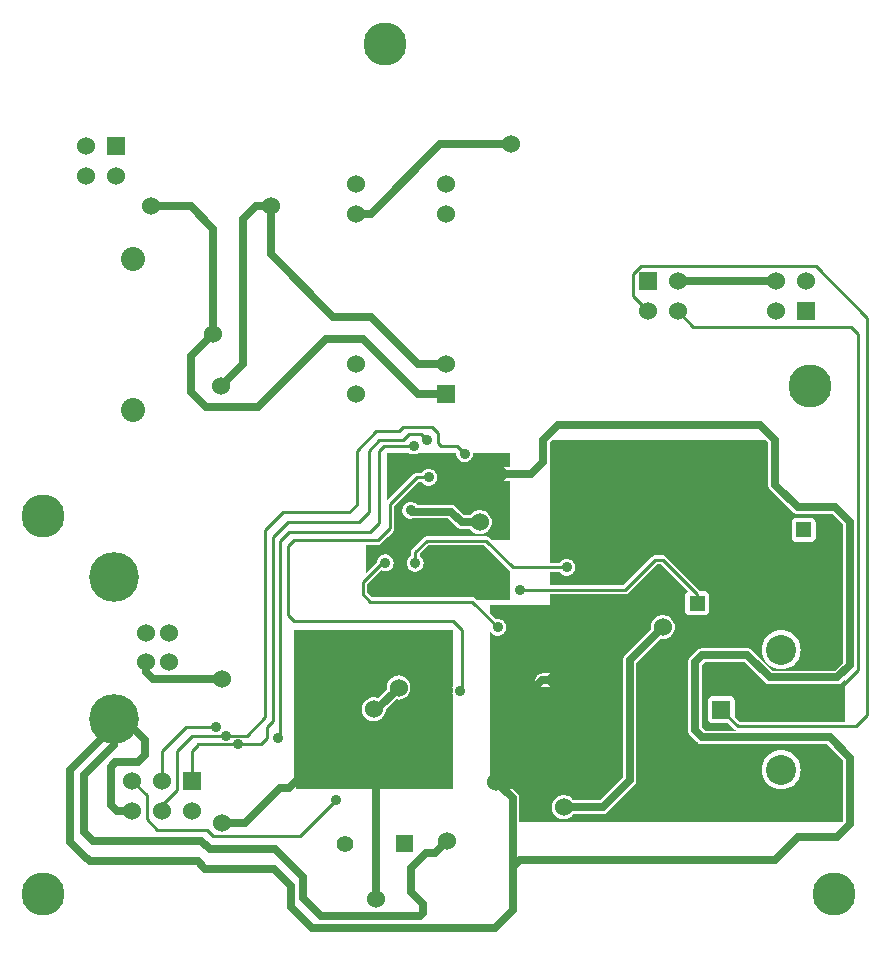
<source format=gbr>
G04 start of page 3 for group 1 idx 1 *
G04 Title: (unknown), power *
G04 Creator: pcb 1.99z *
G04 CreationDate: Tue 15 Oct 2013 04:12:06 PM GMT UTC *
G04 For: commonadmin *
G04 Format: Gerber/RS-274X *
G04 PCB-Dimensions: 600000 500000 *
G04 PCB-Coordinate-Origin: lower left *
%MOIN*%
%FSLAX25Y25*%
%LNBOTTOM*%
%ADD61C,0.0590*%
%ADD60C,0.0380*%
%ADD59C,0.0905*%
%ADD58C,0.0280*%
%ADD57C,0.0300*%
%ADD56C,0.0810*%
%ADD55C,0.1181*%
%ADD54C,0.0200*%
%ADD53C,0.0350*%
%ADD52C,0.1437*%
%ADD51C,0.0360*%
%ADD50C,0.0800*%
%ADD49C,0.0550*%
%ADD48C,0.1660*%
%ADD47C,0.1000*%
%ADD46C,0.0600*%
%ADD45C,0.0500*%
%ADD44C,0.0100*%
%ADD43C,0.0250*%
%ADD42C,0.0001*%
G54D42*G36*
X286323Y310846D02*X273323D01*
Y314353D01*
X276058Y314360D01*
X276288Y314415D01*
X276506Y314506D01*
X276707Y314629D01*
X276887Y314783D01*
X277040Y314962D01*
X277163Y315163D01*
X277254Y315382D01*
X277309Y315611D01*
X277323Y315846D01*
X277309Y321082D01*
X277254Y321311D01*
X277163Y321530D01*
X277040Y321731D01*
X276887Y321910D01*
X276707Y322064D01*
X276506Y322187D01*
X276288Y322277D01*
X276058Y322333D01*
X275823Y322346D01*
X273323Y322340D01*
Y323596D01*
X282891D01*
X286323Y320164D01*
Y310846D01*
G37*
G36*
X273323D02*X188823D01*
Y347664D01*
X189505Y348346D01*
X260641D01*
X261573Y347414D01*
Y333435D01*
X261566Y333346D01*
X261594Y332993D01*
X261676Y332649D01*
X261812Y332322D01*
X261997Y332020D01*
X261997Y332020D01*
X262227Y331751D01*
X262294Y331693D01*
X269669Y324318D01*
X269727Y324251D01*
X269996Y324021D01*
X269996Y324021D01*
X270183Y323906D01*
X270298Y323836D01*
X270625Y323700D01*
X270970Y323617D01*
X270970D01*
X271323Y323590D01*
X271411Y323596D01*
X273323D01*
Y322340D01*
X270587Y322333D01*
X270358Y322277D01*
X270140Y322187D01*
X269938Y322064D01*
X269759Y321910D01*
X269606Y321731D01*
X269482Y321530D01*
X269392Y321311D01*
X269337Y321082D01*
X269323Y320846D01*
X269337Y315611D01*
X269392Y315382D01*
X269482Y315163D01*
X269606Y314962D01*
X269759Y314783D01*
X269938Y314629D01*
X270140Y314506D01*
X270358Y314415D01*
X270587Y314360D01*
X270823Y314346D01*
X273323Y314353D01*
Y310846D01*
G37*
G36*
X265813Y246844D02*X281139D01*
X286323Y241661D01*
Y221028D01*
X286141Y220846D01*
X265813D01*
Y231827D01*
X265823Y231826D01*
X266843Y231907D01*
X267838Y232146D01*
X268783Y232537D01*
X269655Y233072D01*
X270433Y233736D01*
X271098Y234514D01*
X271632Y235386D01*
X272024Y236332D01*
X272263Y237326D01*
X272323Y238346D01*
X272263Y239366D01*
X272024Y240361D01*
X271632Y241306D01*
X271098Y242179D01*
X270433Y242957D01*
X269655Y243621D01*
X268783Y244156D01*
X267838Y244547D01*
X266843Y244786D01*
X265823Y244867D01*
X265813Y244866D01*
Y246844D01*
G37*
G36*
X286323Y310846D02*Y274028D01*
X283639Y271344D01*
X265813D01*
Y271827D01*
X265823Y271826D01*
X266843Y271907D01*
X267838Y272146D01*
X268783Y272537D01*
X269655Y273072D01*
X270433Y273736D01*
X271098Y274514D01*
X271632Y275386D01*
X272024Y276332D01*
X272263Y277326D01*
X272323Y278346D01*
X272263Y279366D01*
X272024Y280361D01*
X271632Y281306D01*
X271098Y282179D01*
X270433Y282957D01*
X269655Y283621D01*
X268783Y284156D01*
X267838Y284547D01*
X266843Y284786D01*
X265823Y284867D01*
X265813Y284866D01*
Y310846D01*
X286323D01*
G37*
G36*
X265813Y271344D02*X263003D01*
X256224Y278123D01*
X256167Y278190D01*
X255898Y278420D01*
X255897Y278420D01*
X255783Y278491D01*
X255595Y278605D01*
X255364Y278701D01*
X255268Y278741D01*
X254924Y278824D01*
X254571Y278851D01*
X254483Y278844D01*
X239659D01*
X239571Y278851D01*
X239218Y278824D01*
X238873Y278741D01*
X238546Y278605D01*
X238244Y278420D01*
X238244Y278420D01*
X237975Y278190D01*
X237918Y278123D01*
X235542Y275748D01*
X235475Y275690D01*
X235245Y275421D01*
X235060Y275119D01*
X234924Y274792D01*
X234842Y274448D01*
X234842Y274447D01*
X234814Y274094D01*
X234821Y274006D01*
Y251683D01*
X234814Y251594D01*
X234842Y251241D01*
X234924Y250897D01*
X235060Y250570D01*
X235245Y250268D01*
X235245Y250268D01*
X235475Y249999D01*
X235542Y249941D01*
X237918Y247566D01*
X237975Y247499D01*
X238244Y247269D01*
X238244Y247269D01*
X238546Y247084D01*
X238873Y246948D01*
X239218Y246865D01*
X239571Y246838D01*
X239659Y246844D01*
X265813D01*
Y244866D01*
X264803Y244786D01*
X263808Y244547D01*
X262863Y244156D01*
X261990Y243621D01*
X261212Y242957D01*
X260548Y242179D01*
X260013Y241306D01*
X259622Y240361D01*
X259383Y239366D01*
X259303Y238346D01*
X259383Y237326D01*
X259622Y236332D01*
X260013Y235386D01*
X260548Y234514D01*
X261212Y233736D01*
X261990Y233072D01*
X262863Y232537D01*
X263808Y232146D01*
X264803Y231907D01*
X265813Y231827D01*
Y220846D01*
X209817D01*
Y226158D01*
X216851Y233193D01*
X216919Y233251D01*
X217149Y233520D01*
X217149Y233520D01*
X217334Y233822D01*
X217469Y234149D01*
X217552Y234493D01*
X217580Y234846D01*
X217573Y234935D01*
Y273914D01*
X225572Y281913D01*
X225695Y281884D01*
X226323Y281834D01*
X226951Y281884D01*
X227563Y282030D01*
X228144Y282271D01*
X228681Y282600D01*
X229160Y283009D01*
X229569Y283488D01*
X229898Y284025D01*
X230139Y284607D01*
X230286Y285219D01*
X230323Y285846D01*
X230286Y286474D01*
X230139Y287086D01*
X229898Y287668D01*
X229569Y288205D01*
X229160Y288684D01*
X228681Y289093D01*
X228144Y289421D01*
X227563Y289662D01*
X226951Y289809D01*
X226323Y289859D01*
X225695Y289809D01*
X225083Y289662D01*
X224501Y289421D01*
X223964Y289093D01*
X223486Y288684D01*
X223077Y288205D01*
X222748Y287668D01*
X222507Y287086D01*
X222360Y286474D01*
X222310Y285846D01*
X222360Y285219D01*
X222390Y285095D01*
X213794Y276500D01*
X213727Y276442D01*
X213497Y276173D01*
X213312Y275871D01*
X213176Y275544D01*
X213094Y275200D01*
X213094Y275199D01*
X213066Y274846D01*
X213073Y274758D01*
Y235778D01*
X209817Y232522D01*
Y296846D01*
X213764D01*
X213823Y296842D01*
X214058Y296860D01*
X214058Y296860D01*
X214288Y296915D01*
X214506Y297006D01*
X214707Y297129D01*
X214887Y297283D01*
X214925Y297327D01*
X224444Y306846D01*
X225702D01*
X234796Y297752D01*
X234640Y297687D01*
X234438Y297564D01*
X234259Y297410D01*
X234106Y297231D01*
X233982Y297030D01*
X233892Y296811D01*
X233837Y296582D01*
X233823Y296346D01*
X233837Y291111D01*
X233892Y290882D01*
X233982Y290663D01*
X234106Y290462D01*
X234259Y290283D01*
X234438Y290129D01*
X234640Y290006D01*
X234858Y289915D01*
X235087Y289860D01*
X235323Y289846D01*
X240558Y289860D01*
X240788Y289915D01*
X241006Y290006D01*
X241207Y290129D01*
X241387Y290283D01*
X241540Y290462D01*
X241663Y290663D01*
X241754Y290882D01*
X241809Y291111D01*
X241823Y291346D01*
X241809Y296582D01*
X241754Y296811D01*
X241663Y297030D01*
X241540Y297231D01*
X241387Y297410D01*
X241207Y297564D01*
X241006Y297687D01*
X240788Y297777D01*
X240558Y297833D01*
X240323Y297846D01*
X238944Y297843D01*
X238887Y297910D01*
X238842Y297949D01*
X227425Y309366D01*
X227387Y309410D01*
X227207Y309564D01*
X227006Y309687D01*
X226788Y309777D01*
X226558Y309833D01*
X226558Y309833D01*
X226323Y309851D01*
X226264Y309846D01*
X223882D01*
X223823Y309851D01*
X223587Y309833D01*
X223358Y309777D01*
X223140Y309687D01*
X222938Y309564D01*
X222938Y309564D01*
X222759Y309410D01*
X222721Y309366D01*
X213202Y299846D01*
X209817D01*
Y310846D01*
X265813D01*
Y284866D01*
X264803Y284786D01*
X263808Y284547D01*
X262863Y284156D01*
X261990Y283621D01*
X261212Y282957D01*
X260548Y282179D01*
X260013Y281306D01*
X259622Y280361D01*
X259383Y279366D01*
X259303Y278346D01*
X259383Y277326D01*
X259622Y276332D01*
X260013Y275386D01*
X260548Y274514D01*
X261212Y273736D01*
X261990Y273072D01*
X262863Y272537D01*
X263808Y272146D01*
X264803Y271907D01*
X265813Y271827D01*
Y271344D01*
G37*
G36*
X209817Y299846D02*X188823D01*
Y304346D01*
X191958D01*
X192051Y304196D01*
X192337Y303860D01*
X192672Y303574D01*
X193048Y303344D01*
X193455Y303175D01*
X193883Y303072D01*
X194323Y303038D01*
X194762Y303072D01*
X195191Y303175D01*
X195598Y303344D01*
X195974Y303574D01*
X196309Y303860D01*
X196595Y304196D01*
X196825Y304571D01*
X196994Y304979D01*
X197097Y305407D01*
X197123Y305846D01*
X197097Y306286D01*
X196994Y306714D01*
X196825Y307122D01*
X196595Y307497D01*
X196309Y307832D01*
X195974Y308119D01*
X195598Y308349D01*
X195191Y308518D01*
X194762Y308621D01*
X194323Y308655D01*
X193883Y308621D01*
X193455Y308518D01*
X193048Y308349D01*
X192672Y308119D01*
X192337Y307832D01*
X192051Y307497D01*
X191958Y307346D01*
X188823D01*
Y310846D01*
X209817D01*
Y299846D01*
G37*
G36*
Y220846D02*X188823D01*
Y265920D01*
X190823D01*
X191176Y265941D01*
X191520Y266024D01*
X191847Y266159D01*
X192149Y266344D01*
X192419Y266574D01*
X192649Y266843D01*
X192834Y267145D01*
X192969Y267473D01*
X193052Y267817D01*
X193080Y268170D01*
X193052Y268523D01*
X192969Y268867D01*
X192834Y269195D01*
X192649Y269497D01*
X192419Y269766D01*
X192149Y269996D01*
X191847Y270181D01*
X191520Y270316D01*
X191176Y270399D01*
X190823Y270420D01*
X188823D01*
Y296846D01*
X209817D01*
Y232522D01*
X205391Y228096D01*
X196635D01*
X196569Y228205D01*
X196160Y228684D01*
X195681Y229093D01*
X195144Y229421D01*
X194563Y229662D01*
X193951Y229809D01*
X193323Y229859D01*
X192695Y229809D01*
X192083Y229662D01*
X191501Y229421D01*
X190964Y229093D01*
X190486Y228684D01*
X190077Y228205D01*
X189748Y227668D01*
X189507Y227086D01*
X189360Y226474D01*
X189310Y225846D01*
X189360Y225219D01*
X189507Y224607D01*
X189748Y224025D01*
X190077Y223488D01*
X190486Y223009D01*
X190964Y222600D01*
X191501Y222271D01*
X192083Y222030D01*
X192695Y221884D01*
X193323Y221834D01*
X193951Y221884D01*
X194563Y222030D01*
X195144Y222271D01*
X195681Y222600D01*
X196160Y223009D01*
X196569Y223488D01*
X196635Y223596D01*
X206235D01*
X206323Y223590D01*
X206676Y223617D01*
X206676Y223617D01*
X207020Y223700D01*
X207347Y223836D01*
X207649Y224021D01*
X207919Y224251D01*
X207976Y224318D01*
X209817Y226158D01*
Y220846D01*
G37*
G36*
X287071Y268413D02*Y254346D01*
X251944D01*
X250321Y255969D01*
X250309Y261582D01*
X250254Y261811D01*
X250163Y262030D01*
X250040Y262231D01*
X249887Y262410D01*
X249707Y262564D01*
X249506Y262687D01*
X249288Y262777D01*
X249058Y262833D01*
X248823Y262846D01*
X242587Y262833D01*
X242358Y262777D01*
X242140Y262687D01*
X241938Y262564D01*
X241759Y262410D01*
X241606Y262231D01*
X241482Y262030D01*
X241392Y261811D01*
X241337Y261582D01*
X241323Y261346D01*
X241337Y255111D01*
X241392Y254882D01*
X241482Y254663D01*
X241606Y254462D01*
X241759Y254283D01*
X241938Y254129D01*
X242140Y254006D01*
X242358Y253915D01*
X242587Y253860D01*
X242823Y253846D01*
X248190Y253858D01*
X250221Y251827D01*
X250259Y251783D01*
X250438Y251629D01*
X250438Y251629D01*
X250640Y251506D01*
X250858Y251415D01*
X251087Y251360D01*
X251289Y251344D01*
X240503D01*
X239321Y252526D01*
Y273163D01*
X240503Y274344D01*
X253639D01*
X260418Y267566D01*
X260475Y267499D01*
X260744Y267269D01*
X260744Y267269D01*
X261046Y267084D01*
X261373Y266948D01*
X261718Y266865D01*
X262071Y266838D01*
X262159Y266844D01*
X284483D01*
X284571Y266838D01*
X284924Y266865D01*
X284924Y266865D01*
X285268Y266948D01*
X285595Y267084D01*
X285897Y267269D01*
X286167Y267499D01*
X286224Y267566D01*
X287071Y268413D01*
G37*
G36*
X134159Y284846D02*X156323D01*
Y266008D01*
X156281Y265927D01*
X156253Y265853D01*
X156237Y265776D01*
X156234Y265697D01*
X156243Y265618D01*
X156264Y265542D01*
X156297Y265471D01*
X156323Y265432D01*
Y264058D01*
X156299Y264022D01*
X156266Y263950D01*
X156245Y263874D01*
X156236Y263796D01*
X156239Y263717D01*
X156254Y263640D01*
X156283Y263567D01*
X156323Y263489D01*
Y231846D01*
X134159D01*
Y258401D01*
X137572Y261813D01*
X137695Y261784D01*
X138323Y261734D01*
X138951Y261784D01*
X139563Y261930D01*
X140144Y262171D01*
X140681Y262500D01*
X141160Y262909D01*
X141569Y263388D01*
X141898Y263925D01*
X142139Y264507D01*
X142286Y265119D01*
X142323Y265746D01*
X142286Y266374D01*
X142139Y266986D01*
X141898Y267568D01*
X141569Y268105D01*
X141160Y268584D01*
X140681Y268993D01*
X140144Y269321D01*
X139563Y269562D01*
X138951Y269709D01*
X138323Y269759D01*
X137695Y269709D01*
X137083Y269562D01*
X136501Y269321D01*
X135964Y268993D01*
X135486Y268584D01*
X135077Y268105D01*
X134748Y267568D01*
X134507Y266986D01*
X134360Y266374D01*
X134310Y265746D01*
X134360Y265119D01*
X134390Y264995D01*
X134159Y264765D01*
Y284846D01*
G37*
G36*
X103323D02*X134159D01*
Y264765D01*
X131571Y262177D01*
X131248Y262310D01*
X130636Y262457D01*
X130008Y262507D01*
X129380Y262457D01*
X128768Y262310D01*
X128186Y262070D01*
X127649Y261741D01*
X127171Y261332D01*
X126762Y260853D01*
X126433Y260316D01*
X126192Y259734D01*
X126045Y259122D01*
X125996Y258494D01*
X126045Y257867D01*
X126192Y257255D01*
X126433Y256673D01*
X126762Y256136D01*
X127171Y255657D01*
X127649Y255248D01*
X128186Y254919D01*
X128768Y254679D01*
X129380Y254532D01*
X130008Y254482D01*
X130636Y254532D01*
X131248Y254679D01*
X131829Y254919D01*
X132366Y255248D01*
X132845Y255657D01*
X133254Y256136D01*
X133583Y256673D01*
X133824Y257255D01*
X133971Y257867D01*
X133992Y258234D01*
X134159Y258401D01*
Y231846D01*
X104017D01*
X104052Y231993D01*
X104080Y232346D01*
X104052Y232700D01*
X103969Y233044D01*
X103834Y233371D01*
X103649Y233673D01*
X103419Y233942D01*
X103323Y234024D01*
Y284846D01*
G37*
G36*
X154419Y343846D02*X157522D01*
X157514Y343746D01*
X157549Y343307D01*
X157652Y342879D01*
X157820Y342471D01*
X158051Y342096D01*
X158337Y341760D01*
X158672Y341474D01*
X159048Y341244D01*
X159455Y341075D01*
X159883Y340972D01*
X160323Y340938D01*
X160762Y340972D01*
X161191Y341075D01*
X161598Y341244D01*
X161974Y341474D01*
X162309Y341760D01*
X162595Y342096D01*
X162825Y342471D01*
X162994Y342879D01*
X163097Y343307D01*
X163123Y343746D01*
X163117Y343846D01*
X175323D01*
Y339096D01*
X171323D01*
X170970Y339076D01*
X170625Y338993D01*
X170298Y338857D01*
X169996Y338672D01*
X169727Y338442D01*
X169497Y338173D01*
X169312Y337871D01*
X169176Y337544D01*
X169094Y337200D01*
X169066Y336846D01*
X169094Y336493D01*
X169176Y336149D01*
X169312Y335822D01*
X169497Y335520D01*
X169727Y335251D01*
X169996Y335021D01*
X170298Y334836D01*
X170625Y334700D01*
X170970Y334617D01*
X171323Y334596D01*
X175323D01*
Y314846D01*
X169444D01*
X168625Y315666D01*
X168587Y315710D01*
X168407Y315864D01*
X168206Y315987D01*
X167988Y316077D01*
X167758Y316133D01*
X167523Y316151D01*
X167464Y316146D01*
X154419D01*
Y322096D01*
X154891D01*
X157669Y319318D01*
X157727Y319251D01*
X157996Y319021D01*
X157996Y319021D01*
X158183Y318906D01*
X158298Y318836D01*
X158625Y318700D01*
X158970Y318617D01*
X158970D01*
X159323Y318590D01*
X159411Y318596D01*
X162010D01*
X162077Y318488D01*
X162486Y318009D01*
X162964Y317600D01*
X163501Y317271D01*
X164083Y317030D01*
X164695Y316884D01*
X165323Y316834D01*
X165951Y316884D01*
X166563Y317030D01*
X167144Y317271D01*
X167681Y317600D01*
X168160Y318009D01*
X168569Y318488D01*
X168898Y319025D01*
X169139Y319607D01*
X169286Y320219D01*
X169323Y320846D01*
X169286Y321474D01*
X169139Y322086D01*
X168898Y322668D01*
X168569Y323205D01*
X168160Y323684D01*
X167681Y324093D01*
X167144Y324421D01*
X166563Y324662D01*
X165951Y324809D01*
X165323Y324859D01*
X164695Y324809D01*
X164083Y324662D01*
X163501Y324421D01*
X162964Y324093D01*
X162486Y323684D01*
X162077Y323205D01*
X162010Y323096D01*
X160255D01*
X157476Y325875D01*
X157419Y325942D01*
X157150Y326172D01*
X157149Y326172D01*
X157035Y326243D01*
X156847Y326357D01*
X156616Y326453D01*
X156520Y326493D01*
X156176Y326576D01*
X155823Y326603D01*
X155735Y326596D01*
X154419D01*
Y343846D01*
G37*
G36*
X134323D02*X141880D01*
X142048Y343744D01*
X142455Y343575D01*
X142883Y343472D01*
X143323Y343438D01*
X143762Y343472D01*
X144191Y343575D01*
X144598Y343744D01*
X144765Y343846D01*
X154419D01*
Y326596D01*
X144510D01*
X144309Y326832D01*
X143974Y327119D01*
X143598Y327349D01*
X143191Y327518D01*
X142762Y327621D01*
X142323Y327655D01*
X141883Y327621D01*
X141455Y327518D01*
X141048Y327349D01*
X140672Y327119D01*
X140337Y326832D01*
X140051Y326497D01*
X139820Y326122D01*
X139652Y325714D01*
X139549Y325286D01*
X139514Y324846D01*
X139549Y324407D01*
X139652Y323979D01*
X139820Y323571D01*
X140051Y323196D01*
X140337Y322860D01*
X140672Y322574D01*
X141048Y322344D01*
X141455Y322175D01*
X141883Y322072D01*
X142323Y322038D01*
X142762Y322072D01*
X142839Y322091D01*
X142911Y322096D01*
X154419D01*
Y316146D01*
X147682D01*
X147623Y316151D01*
X147387Y316133D01*
X147158Y316077D01*
X146940Y315987D01*
X146738Y315864D01*
X146738Y315863D01*
X146559Y315710D01*
X146521Y315666D01*
X145702Y314846D01*
X134323D01*
Y315725D01*
X136342Y317744D01*
X136387Y317783D01*
X136540Y317962D01*
X136540Y317962D01*
X136663Y318163D01*
X136754Y318382D01*
X136809Y318611D01*
X136827Y318846D01*
X136823Y318905D01*
Y326225D01*
X144944Y334346D01*
X145958D01*
X146051Y334196D01*
X146337Y333860D01*
X146672Y333574D01*
X147048Y333344D01*
X147455Y333175D01*
X147883Y333072D01*
X148323Y333038D01*
X148762Y333072D01*
X149191Y333175D01*
X149598Y333344D01*
X149974Y333574D01*
X150309Y333860D01*
X150595Y334196D01*
X150825Y334571D01*
X150994Y334979D01*
X151097Y335407D01*
X151123Y335846D01*
X151097Y336286D01*
X150994Y336714D01*
X150825Y337122D01*
X150595Y337497D01*
X150309Y337832D01*
X149974Y338119D01*
X149598Y338349D01*
X149191Y338518D01*
X148762Y338621D01*
X148323Y338655D01*
X147883Y338621D01*
X147455Y338518D01*
X147048Y338349D01*
X146672Y338119D01*
X146337Y337832D01*
X146051Y337497D01*
X145958Y337346D01*
X144382D01*
X144323Y337351D01*
X144087Y337333D01*
X143858Y337277D01*
X143640Y337187D01*
X143438Y337064D01*
X143438Y337063D01*
X143259Y336910D01*
X143221Y336866D01*
X134323Y327968D01*
Y343846D01*
G37*
G36*
X188823Y220846D02*X178573D01*
Y228758D01*
X178580Y228846D01*
X178552Y229200D01*
X178469Y229544D01*
X178430Y229640D01*
X178334Y229871D01*
X178219Y230058D01*
X178149Y230173D01*
X178149Y230173D01*
X177919Y230442D01*
X177851Y230500D01*
X172414Y235937D01*
X172149Y236172D01*
X171847Y236357D01*
X171520Y236493D01*
X171176Y236576D01*
X170823Y236603D01*
X170470Y236576D01*
X170125Y236493D01*
X169798Y236357D01*
X169496Y236172D01*
X169227Y235942D01*
X168997Y235673D01*
X168823Y235389D01*
Y284567D01*
X169051Y284196D01*
X169337Y283860D01*
X169672Y283574D01*
X170048Y283344D01*
X170455Y283175D01*
X170883Y283072D01*
X171323Y283038D01*
X171762Y283072D01*
X172191Y283175D01*
X172598Y283344D01*
X172974Y283574D01*
X173309Y283860D01*
X173595Y284196D01*
X173825Y284571D01*
X173994Y284979D01*
X174097Y285407D01*
X174123Y285846D01*
X174097Y286286D01*
X173994Y286714D01*
X173825Y287122D01*
X173595Y287497D01*
X173309Y287832D01*
X172974Y288119D01*
X172598Y288349D01*
X172191Y288518D01*
X171762Y288621D01*
X171323Y288655D01*
X170883Y288621D01*
X170711Y288579D01*
X168823Y290468D01*
Y293346D01*
X188823D01*
Y270420D01*
X186147D01*
X185794Y270399D01*
X185449Y270316D01*
X185122Y270181D01*
X184820Y269996D01*
X184551Y269766D01*
X184321Y269497D01*
X184136Y269195D01*
X184000Y268867D01*
X183918Y268523D01*
X183890Y268170D01*
X183918Y267817D01*
X184000Y267473D01*
X184136Y267145D01*
X184321Y266843D01*
X184551Y266574D01*
X184820Y266344D01*
X185122Y266159D01*
X185449Y266024D01*
X185794Y265941D01*
X186147Y265920D01*
X188823D01*
Y220846D01*
G37*
G36*
X175323Y304728D02*Y294846D01*
X164444D01*
X163925Y295366D01*
X163887Y295410D01*
X163707Y295564D01*
X163506Y295687D01*
X163288Y295777D01*
X163058Y295833D01*
X162823Y295851D01*
X162764Y295846D01*
X129444D01*
X127823Y297468D01*
Y300225D01*
X132482Y304884D01*
X132548Y304844D01*
X132955Y304675D01*
X133383Y304572D01*
X133823Y304538D01*
X134262Y304572D01*
X134691Y304675D01*
X135098Y304844D01*
X135474Y305074D01*
X135809Y305360D01*
X136095Y305696D01*
X136325Y306071D01*
X136494Y306479D01*
X136597Y306907D01*
X136623Y307346D01*
X136597Y307786D01*
X136494Y308214D01*
X136325Y308622D01*
X136095Y308997D01*
X135809Y309332D01*
X135474Y309619D01*
X135098Y309849D01*
X134691Y310018D01*
X134262Y310121D01*
X133823Y310155D01*
X133383Y310121D01*
X132955Y310018D01*
X132548Y309849D01*
X132172Y309619D01*
X131837Y309332D01*
X131551Y308997D01*
X131320Y308622D01*
X131152Y308214D01*
X131049Y307786D01*
X131041Y307686D01*
X127323Y303968D01*
Y313346D01*
X131264D01*
X131323Y313342D01*
X131558Y313360D01*
X131558Y313360D01*
X131788Y313415D01*
X132006Y313506D01*
X132207Y313629D01*
X132387Y313783D01*
X132425Y313827D01*
X134444Y315846D01*
X146718D01*
X146559Y315710D01*
X146521Y315666D01*
X142804Y311949D01*
X142759Y311910D01*
X142606Y311731D01*
X142482Y311530D01*
X142392Y311311D01*
X142337Y311082D01*
X142337Y311081D01*
X142318Y310846D01*
X142323Y310788D01*
Y309711D01*
X142172Y309619D01*
X141837Y309332D01*
X141551Y308997D01*
X141320Y308622D01*
X141152Y308214D01*
X141049Y307786D01*
X141014Y307346D01*
X141049Y306907D01*
X141152Y306479D01*
X141320Y306071D01*
X141551Y305696D01*
X141837Y305360D01*
X142172Y305074D01*
X142548Y304844D01*
X142818Y304732D01*
X142938Y304629D01*
X143140Y304506D01*
X143358Y304415D01*
X143587Y304360D01*
X143823Y304342D01*
X144058Y304360D01*
X144288Y304415D01*
X144506Y304506D01*
X144707Y304629D01*
X144828Y304732D01*
X145098Y304844D01*
X145474Y305074D01*
X145809Y305360D01*
X146095Y305696D01*
X146325Y306071D01*
X146494Y306479D01*
X146597Y306907D01*
X146623Y307346D01*
X146597Y307786D01*
X146494Y308214D01*
X146325Y308622D01*
X146095Y308997D01*
X145809Y309332D01*
X145474Y309619D01*
X145323Y309711D01*
Y310225D01*
X148244Y313146D01*
X166902D01*
X175221Y304827D01*
X175259Y304783D01*
X175323Y304728D01*
G37*
G54D43*X138323Y265746D02*Y266746D01*
X130008Y258494D02*X131071D01*
X138323Y265746D01*
X129323Y268746D02*X123323Y262746D01*
Y253746D01*
X128323Y248746D01*
X140323D02*X128323D01*
X140323D02*X118223D01*
X117323Y247846D01*
X140323Y247746D02*Y259746D01*
X143323Y262746D01*
Y251746D02*Y257746D01*
X146323Y260746D01*
Y275746D01*
X142623Y270446D02*X143323Y269746D01*
Y262746D01*
X146323Y275746D02*X151323Y280746D01*
G54D44*X159323Y284846D02*Y265246D01*
X158823Y264746D01*
X103323Y287846D02*X156323D01*
X159323Y284846D01*
X128323Y324246D02*X125073Y320996D01*
X124323Y326746D02*X121823Y324246D01*
X128823Y317746D02*X101823D01*
X125073Y320996D02*X101473D01*
X121823Y324246D02*X99723D01*
X131323Y314846D02*X103323D01*
X99723Y324246D02*X93823Y318346D01*
X98823Y314746D02*X101823Y317746D01*
X101473Y320996D02*X96323Y315846D01*
X103323Y314846D02*X101323Y312846D01*
X98823Y314746D02*Y249746D01*
X98123Y249046D01*
X96323Y254646D02*X94423Y252746D01*
Y248946D01*
X96323Y315846D02*Y254646D01*
X93823Y318346D02*Y255846D01*
X101323Y312846D02*Y289846D01*
X103323Y287846D01*
G54D43*X159323Y320846D02*X165323D01*
G54D44*X147623Y314646D02*X167523D01*
X135323Y318846D02*X131323Y314846D01*
X143823Y305846D02*Y310846D01*
X147623Y314646D01*
X133823Y307346D02*X132823D01*
X126323Y300846D02*Y296846D01*
X128823Y294346D01*
X162823D01*
X171323Y285846D01*
X132823Y307346D02*X126323Y300846D01*
G54D43*X79323Y268556D02*X56513D01*
X54023Y274146D02*Y271046D01*
X56513Y268556D02*X54023Y271046D01*
X43323Y255346D02*Y246746D01*
X33323Y236746D02*X43323Y246746D01*
X42323Y239346D02*X43823Y240846D01*
X43323Y255346D02*Y252846D01*
X28823Y238346D01*
X43323Y255346D02*X46823D01*
G54D44*X59323Y234746D02*Y244746D01*
X67323Y252746D01*
X59323Y224746D02*Y226746D01*
X64323Y231746D01*
Y244746D01*
X69323Y234746D02*Y244746D01*
Y224746D02*X71323D01*
G54D43*X79323Y220746D02*X87223D01*
X98823Y232346D01*
X101823D01*
G54D44*X105513Y216346D02*X117409Y228243D01*
X69323Y244746D02*X71323Y246746D01*
X67323Y252746D02*X77323D01*
X64323Y244746D02*X69323Y249746D01*
X71423Y246846D02*X71123Y246546D01*
X92323Y246846D02*X94423Y248946D01*
X92323Y246846D02*X71423D01*
X69323Y249746D02*X87723D01*
X93823Y255846D02*X87723Y249746D01*
G54D43*X143323Y251746D02*X130808Y239231D01*
X101823Y232346D02*X117823Y248346D01*
X174823Y256846D02*Y239846D01*
X171823Y233346D02*X170823Y234346D01*
X176323Y228846D02*X170823Y234346D01*
X33323Y217746D02*Y236746D01*
X36323Y214746D02*X33323Y217746D01*
X28823Y238346D02*Y214246D01*
X33323Y209746D01*
X33423D01*
X35323Y207846D01*
X36323Y214746D02*X72423D01*
X75323Y211846D01*
X35323Y207846D02*X71323D01*
G54D44*X57823Y218346D02*X74323D01*
X76323Y216346D01*
X105513D01*
G54D43*X49323Y224746D02*X44323D01*
X42323Y226746D01*
Y239346D01*
X46823Y255346D02*X53823Y248346D01*
Y243346D01*
X51323Y240846D01*
X43823D02*X51323D01*
G54D44*X49323Y234746D02*Y233746D01*
Y234746D02*X49423D01*
X54323Y229846D01*
Y221846D01*
X57823Y218346D01*
X133323Y346246D02*X143323D01*
X160323Y343746D02*X157823Y346246D01*
X152323D01*
X151323Y347246D01*
X131823Y348246D02*X139823D01*
X138323Y351246D02*X130823D01*
X124323Y344746D01*
X141823Y350246D02*X145623D01*
X147623Y348246D01*
X151323Y347246D02*Y350746D01*
X149323Y352746D01*
X139823D01*
X138323Y351246D01*
X133323Y346246D02*X131823Y344746D01*
Y348246D02*X128323Y344746D01*
G54D43*X186323Y348346D02*Y340846D01*
X171323Y336846D02*X182323D01*
X186323Y340846D02*X182323Y336846D01*
X153937Y373602D02*X144807D01*
X129051Y389358D01*
X197823Y293846D02*Y265346D01*
G54D44*X167523Y314646D02*X176323Y305846D01*
X194323D02*X176323D01*
G54D43*X226323Y285846D02*X215323Y274846D01*
X210323Y284346D02*X224323Y298346D01*
G54D44*X213823D02*X178823D01*
G54D43*X263823Y348346D02*X258823Y353346D01*
X191323D01*
X186323Y348346D01*
G54D44*X277437Y406102D02*X294571Y388969D01*
X289073Y386000D02*X291573Y383500D01*
G54D43*X263937Y401102D02*X231437D01*
G54D44*X221437Y391102D02*X216437Y396102D01*
X289073Y386000D02*X236539D01*
X231437Y391102D01*
X216437Y396102D02*Y403602D01*
X218937Y406102D01*
X277437D01*
G54D43*X263823Y333346D02*Y348346D01*
X271323Y325846D02*X263823Y333346D01*
X283823Y325846D02*X271323D01*
X288823Y320846D02*X283823Y325846D01*
G54D44*X294571Y256594D02*Y388969D01*
X291573Y271596D02*Y383467D01*
G54D43*X112323Y189746D02*X145323D01*
X146323Y190746D01*
Y193746D01*
X142323Y197746D01*
Y205746D01*
X130808Y195221D02*Y239231D01*
X142323Y205746D02*X147323Y210746D01*
X150323D01*
X154323Y214746D01*
X176323Y191746D02*X170323Y185746D01*
X109323D01*
X178823Y208346D02*X176323Y205846D01*
Y191746D02*Y228846D01*
X109323Y185746D02*X102323Y192746D01*
X106323Y202746D02*Y195746D01*
X112323Y189746D01*
X102323Y192746D02*Y199746D01*
X106323Y202346D02*Y202746D01*
X75323Y211846D02*X97223D01*
X106323Y202746D02*X97223Y211846D01*
X96723Y205346D02*X102323Y199746D01*
X71323Y207846D02*X73823Y205346D01*
X96723D01*
X288823Y220346D02*X284323Y215846D01*
X271323D01*
X263823Y208346D01*
X288823Y226346D02*Y220346D01*
X263823Y208346D02*X178823D01*
X215323Y234846D02*X206323Y225846D01*
X193323D02*X206323D01*
X186323Y233346D02*Y233846D01*
X288823Y225846D02*Y242343D01*
X282071Y249094D01*
X239571D01*
X237071Y251594D01*
X215323Y274846D02*Y234846D01*
X210323Y257846D02*Y284346D01*
X186323Y233846D02*X210323Y257846D01*
X192323Y259846D02*X197823Y265346D01*
X186147Y268170D02*X174823Y256846D01*
X190823Y268170D02*X186147D01*
X192323Y244846D02*Y259846D01*
X180823Y233346D02*X192323Y244846D01*
X174823Y239846D02*X181323Y233346D01*
X196823D02*X171823D01*
X228323Y298346D02*X224323D01*
G54D44*X237823Y293846D02*Y296846D01*
X226323Y308346D01*
X223823D01*
X213823Y298346D01*
G54D43*X237071Y251594D02*Y274094D01*
G54D44*X245823Y258346D02*X251323Y252846D01*
G54D43*X237071Y274094D02*X239571Y276594D01*
X254571D01*
G54D44*X245823Y268346D02*X257819D01*
G54D43*X254571Y276594D02*X262071Y269094D01*
X284571D01*
G54D44*X251323Y252846D02*X290823D01*
X257819Y268346D02*X261071Y265094D01*
X285071D01*
X290823Y252846D02*X294571Y256594D01*
G54D43*X288823Y320846D02*Y273346D01*
X284571Y269094D02*X288823Y273346D01*
G54D44*X285071Y265094D02*X291571Y271594D01*
X128823Y317746D02*X131823Y320746D01*
Y344746D01*
X128323D02*Y324246D01*
X124323Y344746D02*Y326746D01*
X135323Y326846D02*Y318846D01*
X139823Y348246D02*X141823Y350246D01*
X148323Y335846D02*X144323D01*
X135323Y326846D01*
G54D43*X146423Y329546D02*X164023D01*
X171323Y336846D02*X164023Y329546D01*
X153937Y363602D02*X144807D01*
X126551Y381858D01*
X114051D01*
X91551Y359358D01*
X116551Y389358D02*X129051D01*
X155823Y324346D02*X159323Y320846D01*
X155823Y324346D02*X142823D01*
X142323Y324846D01*
X78937Y366102D02*X86437Y373602D01*
Y421793D01*
X76437Y383602D02*Y418602D01*
X90747Y426102D02*X95747D01*
X55747D02*X68937D01*
X86437Y421793D02*X90747Y426102D01*
X68937D02*X76437Y418602D01*
X95747Y426102D02*Y410162D01*
X116551Y389358D01*
X91551Y359358D02*X74051D01*
X69051Y364358D01*
Y376217D01*
X76437Y383602D01*
X175747Y446793D02*X152127D01*
X128937Y423602D01*
X123937D01*
G54D42*G36*
X235323Y296346D02*Y291346D01*
X240323D01*
Y296346D01*
X235323D01*
G37*
G54D45*X197823Y293846D03*
G54D42*G36*
X242823Y261346D02*Y255346D01*
X248823D01*
Y261346D01*
X242823D01*
G37*
G54D46*X245823Y268346D03*
G54D47*X265823Y278346D03*
Y238346D03*
G54D42*G36*
X270823Y320846D02*Y315846D01*
X275823D01*
Y320846D01*
X270823D01*
G37*
G54D45*X233323Y318346D03*
G54D42*G36*
X137573Y216496D02*Y210996D01*
X143073D01*
Y216496D01*
X137573D01*
G37*
G54D46*X54023Y274146D03*
Y283946D03*
X61823D03*
Y274146D03*
G54D48*X43323Y255346D03*
Y302746D03*
G54D49*X120323Y213746D03*
G54D42*G36*
X66323Y237746D02*Y231746D01*
X72323D01*
Y237746D01*
X66323D01*
G37*
G54D46*X69323Y224746D03*
X59323D03*
X49323D03*
X59323Y234746D03*
X49323D03*
G54D50*X49737Y408602D03*
Y358402D03*
G54D42*G36*
X40937Y449102D02*Y443102D01*
X46937D01*
Y449102D01*
X40937D01*
G37*
G54D46*X33937Y446102D03*
Y436102D03*
X43937D03*
G54D42*G36*
X218437Y404102D02*Y398102D01*
X224437D01*
Y404102D01*
X218437D01*
G37*
G54D46*X231437Y401102D03*
X273937D03*
X263937D03*
X221437Y391102D03*
X231437D03*
G54D42*G36*
X270937Y394102D02*Y388102D01*
X276937D01*
Y394102D01*
X270937D01*
G37*
G54D46*X263937Y391102D03*
G54D42*G36*
X150937Y366602D02*Y360602D01*
X156937D01*
Y366602D01*
X150937D01*
G37*
G54D46*X153937Y373602D03*
X123937D03*
Y363602D03*
X153937Y423602D03*
Y433602D03*
X123937D03*
Y423602D03*
X130008Y258494D03*
X138323Y265746D03*
X140323Y248746D03*
G54D51*X148823Y275846D03*
X136323D03*
X117409Y228243D03*
G54D46*X154323Y214746D03*
X130808Y195221D03*
G54D52*X19685Y196850D03*
G54D51*X158823Y264746D03*
G54D46*X190823Y268170D03*
X193323Y225846D03*
G54D52*X283465Y196850D03*
G54D46*X170823Y234346D03*
G54D51*X171323Y285846D03*
G54D46*X196823Y233346D03*
X79323Y268556D03*
G54D51*X77323Y252746D03*
G54D46*X109323Y279346D03*
G54D51*X80823Y249746D03*
X84823Y246846D03*
X98123Y249046D03*
G54D46*X79323Y220746D03*
X78937Y366102D03*
X76437Y383602D03*
G54D52*X19685Y322835D03*
G54D46*X95747Y426102D03*
X55747D03*
G54D51*X147623Y348246D03*
G54D46*X146423Y329546D03*
G54D51*X148323Y335846D03*
X142323Y324846D03*
X143323Y346246D03*
G54D52*X133858Y480315D03*
G54D51*X160323Y343746D03*
G54D46*X165323Y320846D03*
X171323Y336846D03*
X175747Y446793D03*
G54D51*X143823Y307346D03*
X133823D03*
G54D46*X138823Y298846D03*
X148823D03*
G54D51*X194323Y305846D03*
X178823Y298346D03*
G54D46*X228323D03*
X226323Y285846D03*
G54D52*X275591Y366142D03*
G54D53*G54D54*G54D53*G54D55*G54D54*G54D53*G54D55*G54D53*G54D54*G54D53*G54D54*G54D53*G54D54*G54D53*G54D55*G54D53*G54D54*G54D53*G54D54*G54D55*G54D54*G54D53*G54D54*G54D53*G54D54*G54D53*G54D55*G54D54*G54D53*G54D56*G54D54*G54D57*G54D58*G54D59*G54D57*G54D60*G54D61*G54D60*G54D58*M02*

</source>
